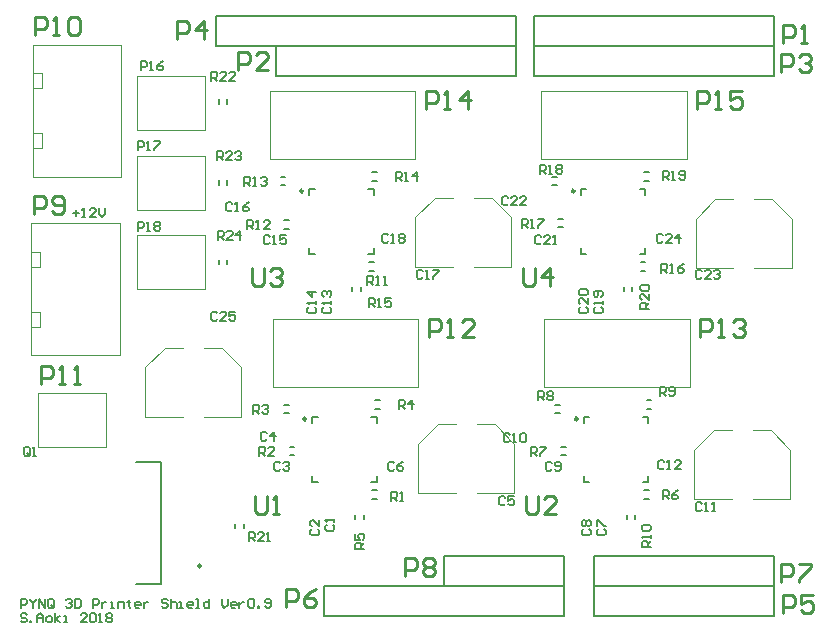
<source format=gto>
G04 Layer_Color=65535*
%FSLAX42Y42*%
%MOMM*%
G71*
G01*
G75*
%ADD20C,0.25*%
%ADD33C,0.25*%
%ADD34C,0.20*%
%ADD35C,0.03*%
%ADD36C,0.13*%
D20*
X13703Y9322D02*
Y9474D01*
X13779D01*
X13805Y9449D01*
Y9398D01*
X13779Y9373D01*
X13703D01*
X13856Y9322D02*
X13906D01*
X13881D01*
Y9474D01*
X13856Y9449D01*
X9093Y9093D02*
Y9246D01*
X9169D01*
X9195Y9220D01*
Y9169D01*
X9169Y9144D01*
X9093D01*
X9347Y9093D02*
X9246D01*
X9347Y9195D01*
Y9220D01*
X9322Y9246D01*
X9271D01*
X9246Y9220D01*
X13691Y9081D02*
Y9233D01*
X13767D01*
X13792Y9207D01*
Y9157D01*
X13767Y9131D01*
X13691D01*
X13843Y9207D02*
X13868Y9233D01*
X13919D01*
X13945Y9207D01*
Y9182D01*
X13919Y9157D01*
X13894D01*
X13919D01*
X13945Y9131D01*
Y9106D01*
X13919Y9081D01*
X13868D01*
X13843Y9106D01*
X8572Y9360D02*
Y9512D01*
X8649D01*
X8674Y9487D01*
Y9436D01*
X8649Y9411D01*
X8572D01*
X8801Y9360D02*
Y9512D01*
X8725Y9436D01*
X8826D01*
X13703Y4496D02*
Y4648D01*
X13779D01*
X13805Y4623D01*
Y4572D01*
X13779Y4547D01*
X13703D01*
X13957Y4648D02*
X13856D01*
Y4572D01*
X13906Y4597D01*
X13932D01*
X13957Y4572D01*
Y4521D01*
X13932Y4496D01*
X13881D01*
X13856Y4521D01*
X9500Y4547D02*
Y4699D01*
X9576D01*
X9601Y4674D01*
Y4623D01*
X9576Y4597D01*
X9500D01*
X9754Y4699D02*
X9703Y4674D01*
X9652Y4623D01*
Y4572D01*
X9677Y4547D01*
X9728D01*
X9754Y4572D01*
Y4597D01*
X9728Y4623D01*
X9652D01*
X13691Y4762D02*
Y4915D01*
X13767D01*
X13792Y4889D01*
Y4839D01*
X13767Y4813D01*
X13691D01*
X13843Y4915D02*
X13945D01*
Y4889D01*
X13843Y4788D01*
Y4762D01*
X10503Y4813D02*
Y4966D01*
X10579D01*
X10604Y4940D01*
Y4889D01*
X10579Y4864D01*
X10503D01*
X10655Y4940D02*
X10681Y4966D01*
X10731D01*
X10757Y4940D01*
Y4915D01*
X10731Y4889D01*
X10757Y4864D01*
Y4839D01*
X10731Y4813D01*
X10681D01*
X10655Y4839D01*
Y4864D01*
X10681Y4889D01*
X10655Y4915D01*
Y4940D01*
X10681Y4889D02*
X10731D01*
X7363Y7877D02*
Y8029D01*
X7440D01*
X7465Y8003D01*
Y7953D01*
X7440Y7927D01*
X7363D01*
X7516Y7902D02*
X7541Y7877D01*
X7592D01*
X7617Y7902D01*
Y8003D01*
X7592Y8029D01*
X7541D01*
X7516Y8003D01*
Y7978D01*
X7541Y7953D01*
X7617D01*
X7376Y9388D02*
Y9540D01*
X7452D01*
X7478Y9515D01*
Y9464D01*
X7452Y9439D01*
X7376D01*
X7529Y9388D02*
X7579D01*
X7554D01*
Y9540D01*
X7529Y9515D01*
X7655D02*
X7681Y9540D01*
X7732D01*
X7757Y9515D01*
Y9413D01*
X7732Y9388D01*
X7681D01*
X7655Y9413D01*
Y9515D01*
X7422Y6439D02*
Y6591D01*
X7498D01*
X7523Y6566D01*
Y6515D01*
X7498Y6490D01*
X7422D01*
X7574Y6439D02*
X7625D01*
X7600D01*
Y6591D01*
X7574Y6566D01*
X7701Y6439D02*
X7752D01*
X7727D01*
Y6591D01*
X7701Y6566D01*
X10681Y8763D02*
Y8915D01*
X10757D01*
X10782Y8890D01*
Y8839D01*
X10757Y8814D01*
X10681D01*
X10833Y8763D02*
X10884D01*
X10858D01*
Y8915D01*
X10833Y8890D01*
X11036Y8763D02*
Y8915D01*
X10960Y8839D01*
X11062D01*
X9207Y7417D02*
Y7290D01*
X9233Y7264D01*
X9284D01*
X9309Y7290D01*
Y7417D01*
X9360Y7391D02*
X9385Y7417D01*
X9436D01*
X9461Y7391D01*
Y7366D01*
X9436Y7341D01*
X9411D01*
X9436D01*
X9461Y7315D01*
Y7290D01*
X9436Y7264D01*
X9385D01*
X9360Y7290D01*
X11532Y5486D02*
Y5359D01*
X11557Y5334D01*
X11608D01*
X11633Y5359D01*
Y5486D01*
X11786Y5334D02*
X11684D01*
X11786Y5436D01*
Y5461D01*
X11760Y5486D01*
X11709D01*
X11684Y5461D01*
X13005Y6833D02*
Y6985D01*
X13081D01*
X13106Y6960D01*
Y6909D01*
X13081Y6883D01*
X13005D01*
X13157Y6833D02*
X13208D01*
X13183D01*
Y6985D01*
X13157Y6960D01*
X13284D02*
X13310Y6985D01*
X13360D01*
X13386Y6960D01*
Y6934D01*
X13360Y6909D01*
X13335D01*
X13360D01*
X13386Y6883D01*
Y6858D01*
X13360Y6833D01*
X13310D01*
X13284Y6858D01*
X9233Y5486D02*
Y5359D01*
X9258Y5334D01*
X9309D01*
X9334Y5359D01*
Y5486D01*
X9385Y5334D02*
X9436D01*
X9411D01*
Y5486D01*
X9385Y5461D01*
X10706Y6833D02*
Y6985D01*
X10782D01*
X10808Y6960D01*
Y6909D01*
X10782Y6883D01*
X10706D01*
X10858Y6833D02*
X10909D01*
X10884D01*
Y6985D01*
X10858Y6960D01*
X11087Y6833D02*
X10985D01*
X11087Y6934D01*
Y6960D01*
X11062Y6985D01*
X11011D01*
X10985Y6960D01*
X11506Y7417D02*
Y7290D01*
X11532Y7264D01*
X11582D01*
X11608Y7290D01*
Y7417D01*
X11735Y7264D02*
Y7417D01*
X11659Y7341D01*
X11760D01*
X12979Y8763D02*
Y8915D01*
X13056D01*
X13081Y8890D01*
Y8839D01*
X13056Y8814D01*
X12979D01*
X13132Y8763D02*
X13183D01*
X13157D01*
Y8915D01*
X13132Y8890D01*
X13360Y8915D02*
X13259D01*
Y8839D01*
X13309Y8865D01*
X13335D01*
X13360Y8839D01*
Y8788D01*
X13335Y8763D01*
X13284D01*
X13259Y8788D01*
D33*
X11943Y8069D02*
G03*
X11943Y8069I-12J0D01*
G01*
X9644D02*
G03*
X9644Y8069I-12J0D01*
G01*
X11969Y6139D02*
G03*
X11969Y6139I-12J0D01*
G01*
X9670D02*
G03*
X9670Y6139I-12J0D01*
G01*
X8780Y4896D02*
G03*
X8780Y4896I-12J0D01*
G01*
D34*
X11996Y8039D02*
Y8084D01*
X12041D01*
X12496D02*
X12541D01*
Y8039D02*
Y8084D01*
Y7539D02*
Y7584D01*
X12496Y7539D02*
X12541D01*
X11996D02*
Y7584D01*
Y7539D02*
X12041D01*
X9697Y8039D02*
Y8084D01*
X9742D01*
X10197D02*
X10242D01*
Y8039D02*
Y8084D01*
Y7539D02*
Y7584D01*
X10197Y7539D02*
X10242D01*
X9697D02*
Y7584D01*
Y7539D02*
X9742D01*
X12021Y6109D02*
Y6154D01*
X12066D01*
X12521D02*
X12566D01*
Y6109D02*
Y6154D01*
Y5609D02*
Y5654D01*
X12521Y5609D02*
X12566D01*
X12021D02*
Y5654D01*
Y5609D02*
X12066D01*
X9722Y6109D02*
Y6154D01*
X9767D01*
X10222D02*
X10267D01*
Y6109D02*
Y6154D01*
Y5609D02*
Y5654D01*
X10222Y5609D02*
X10267D01*
X9722D02*
Y5654D01*
Y5609D02*
X9767D01*
X11595Y9296D02*
X13627D01*
Y9550D01*
X11595D02*
X13627D01*
X11595Y9296D02*
Y9550D01*
X8903Y9296D02*
Y9550D01*
X11443D01*
Y9296D02*
Y9550D01*
X11252Y9296D02*
X11443D01*
X8903D02*
X11252D01*
X11595Y9042D02*
X13627D01*
Y9296D01*
X11595D02*
X13627D01*
X11595Y9042D02*
Y9296D01*
X9411Y9042D02*
X11443D01*
Y9296D01*
X9411D02*
X11443D01*
X9411Y9042D02*
Y9296D01*
X12103Y4724D02*
X13627D01*
X12103Y4470D02*
X13627D01*
Y4724D01*
X12103Y4470D02*
Y4724D01*
X9817Y4470D02*
X11849D01*
Y4724D01*
X9817D02*
X11849D01*
X9817Y4470D02*
Y4724D01*
X12103Y4978D02*
X13627D01*
X12103Y4724D02*
X13627D01*
Y4978D01*
X12103Y4724D02*
Y4978D01*
X10833Y4724D02*
Y4978D01*
X11849D01*
X10833Y4724D02*
X11849D01*
Y4978D01*
X8227Y4738D02*
X8442D01*
Y5778D01*
X8227D02*
X8442D01*
X10204Y7465D02*
X10243D01*
X10204Y7394D02*
X10243D01*
X9480Y7820D02*
X9520D01*
X9480Y7750D02*
X9520D01*
X9454Y8188D02*
X9494D01*
X9454Y8118D02*
X9494D01*
X10229Y8156D02*
X10269D01*
X10229Y8227D02*
X10269D01*
X10061Y7219D02*
Y7259D01*
X10132Y7219D02*
Y7259D01*
X8931Y8121D02*
Y8161D01*
X9001Y8121D02*
Y8161D01*
X8931Y7448D02*
Y7488D01*
X9001Y7448D02*
Y7488D01*
X12386Y5289D02*
Y5329D01*
X12456Y5289D02*
Y5329D01*
X12553Y6226D02*
X12593D01*
X12553Y6296D02*
X12593D01*
X11778Y6258D02*
X11818D01*
X11778Y6188D02*
X11818D01*
X11829Y5902D02*
X11869D01*
X11829Y5832D02*
X11869D01*
X12528Y5534D02*
X12568D01*
X12528Y5464D02*
X12568D01*
X10087Y5289D02*
Y5329D01*
X10157Y5289D02*
Y5329D01*
X10254Y6226D02*
X10294D01*
X10254Y6296D02*
X10294D01*
X9480Y6258D02*
X9520D01*
X9480Y6188D02*
X9520D01*
X9530Y5902D02*
X9570D01*
X9530Y5832D02*
X9570D01*
X10229Y5534D02*
X10269D01*
X10229Y5464D02*
X10269D01*
X12360Y7219D02*
Y7259D01*
X12430Y7219D02*
Y7259D01*
X12528Y8156D02*
X12568D01*
X12528Y8227D02*
X12568D01*
X11753Y8188D02*
X11793D01*
X11753Y8118D02*
X11793D01*
X11804Y7833D02*
X11844D01*
X11804Y7763D02*
X11844D01*
X12502Y7465D02*
X12542D01*
X12502Y7394D02*
X12542D01*
X9001Y8808D02*
Y8848D01*
X8931Y8808D02*
Y8848D01*
X9141Y5212D02*
Y5252D01*
X9071Y5212D02*
Y5252D01*
D35*
X7341Y6921D02*
X7353D01*
X7341Y6680D02*
X7341Y6680D01*
Y6960D01*
X7341Y6680D02*
X7341Y6680D01*
X7341Y6680D02*
X7353D01*
X8090D01*
Y6972D01*
Y7798D01*
X7341Y6960D02*
Y7798D01*
X7671D01*
X7836D02*
X8090D01*
X7671D02*
X7836D01*
X7341Y7049D02*
X7417D01*
Y6921D02*
Y7049D01*
X7353Y6921D02*
X7417D01*
X7341Y7557D02*
X7417D01*
Y7429D02*
Y7557D01*
X7341Y7429D02*
X7417D01*
X7353Y8433D02*
X7366D01*
X7353Y8192D02*
X7353Y8192D01*
Y8471D01*
X7353Y8192D02*
X7353Y8192D01*
X7353Y8192D02*
X7366D01*
X8103D01*
Y8484D01*
Y9309D01*
X7353Y8471D02*
Y9309D01*
X7683D01*
X7849D02*
X8103D01*
X7683D02*
X7849D01*
X7353Y8560D02*
X7429D01*
Y8433D02*
Y8560D01*
X7366Y8433D02*
X7429D01*
X7353Y9068D02*
X7429D01*
Y8941D02*
Y9068D01*
X7353Y8941D02*
X7429D01*
X7976Y5906D02*
Y6361D01*
X7398Y5906D02*
Y6361D01*
X7976D01*
X7398Y5906D02*
X7976D01*
X9360Y8344D02*
Y8598D01*
Y8344D02*
X10592D01*
Y8598D01*
Y8915D01*
X9360D02*
X10592D01*
X9360Y8598D02*
Y8915D01*
X8814Y8585D02*
Y9040D01*
X8237Y8585D02*
Y9040D01*
X8814D01*
X8237Y8585D02*
X8814D01*
Y7912D02*
Y8367D01*
X8237Y7912D02*
Y8367D01*
X8814D01*
X8237Y7912D02*
X8814D01*
Y7239D02*
Y7694D01*
X8237Y7239D02*
Y7694D01*
X8814D01*
X8237Y7239D02*
X8814D01*
X11684Y6414D02*
Y6668D01*
Y6414D02*
X12916D01*
Y6668D01*
Y6985D01*
X11684D02*
X12916D01*
X11684Y6668D02*
Y6985D01*
X9385Y6414D02*
Y6668D01*
Y6414D02*
X10617D01*
Y6668D01*
Y6985D01*
X9385D02*
X10617D01*
X9385Y6668D02*
Y6985D01*
X11659Y8344D02*
Y8598D01*
Y8344D02*
X12890D01*
Y8598D01*
Y8915D01*
X11659D02*
X12890D01*
X11659Y8598D02*
Y8915D01*
X11112Y5512D02*
X11303D01*
X10617D02*
X10935D01*
X10782Y6096D02*
X10935D01*
X10617Y5931D02*
X10782Y6096D01*
X10617Y5512D02*
Y5931D01*
X11303Y5512D02*
X11430D01*
X11112Y6096D02*
X11252D01*
X11430Y5512D02*
Y5918D01*
X11252Y6096D02*
X11265D01*
X11430Y5931D01*
Y5918D02*
Y5931D01*
X13449Y5461D02*
X13640D01*
X12954D02*
X13271D01*
X13119Y6045D02*
X13271D01*
X12954Y5880D02*
X13119Y6045D01*
X12954Y5461D02*
Y5880D01*
X13640Y5461D02*
X13767D01*
X13449Y6045D02*
X13589D01*
X13767Y5461D02*
Y5867D01*
X13589Y6045D02*
X13602D01*
X13767Y5880D01*
Y5867D02*
Y5880D01*
X11087Y7429D02*
X11278D01*
X10592D02*
X10909D01*
X10757Y8014D02*
X10909D01*
X10592Y7849D02*
X10757Y8014D01*
X10592Y7429D02*
Y7849D01*
X11278Y7429D02*
X11405D01*
X11087Y8014D02*
X11227D01*
X11405Y7429D02*
Y7836D01*
X11227Y8014D02*
X11239D01*
X11405Y7849D01*
Y7836D02*
Y7849D01*
X13462Y7417D02*
X13652D01*
X12967D02*
X13284D01*
X13132Y8001D02*
X13284D01*
X12967Y7836D02*
X13132Y8001D01*
X12967Y7417D02*
Y7836D01*
X13652Y7417D02*
X13779D01*
X13462Y8001D02*
X13602D01*
X13779Y7417D02*
Y7823D01*
X13602Y8001D02*
X13614D01*
X13779Y7836D01*
Y7823D02*
Y7836D01*
X8801Y6160D02*
X8992D01*
X8306D02*
X8623D01*
X8471Y6744D02*
X8623D01*
X8306Y6579D02*
X8471Y6744D01*
X8306Y6160D02*
Y6579D01*
X8992Y6160D02*
X9119D01*
X8801Y6744D02*
X8941D01*
X9119Y6160D02*
Y6566D01*
X8941Y6744D02*
X8954D01*
X9119Y6579D01*
Y6566D02*
Y6579D01*
D36*
X7252Y4541D02*
Y4618D01*
X7290D01*
X7302Y4605D01*
Y4580D01*
X7290Y4567D01*
X7252D01*
X7328Y4618D02*
Y4605D01*
X7353Y4580D01*
X7379Y4605D01*
Y4618D01*
X7353Y4580D02*
Y4541D01*
X7404D02*
Y4618D01*
X7455Y4541D01*
Y4618D01*
X7531Y4554D02*
Y4605D01*
X7518Y4618D01*
X7493D01*
X7480Y4605D01*
Y4554D01*
X7493Y4541D01*
X7518D01*
X7506Y4567D02*
X7531Y4541D01*
X7518D02*
X7531Y4554D01*
X7633Y4605D02*
X7645Y4618D01*
X7671D01*
X7683Y4605D01*
Y4592D01*
X7671Y4580D01*
X7658D01*
X7671D01*
X7683Y4567D01*
Y4554D01*
X7671Y4541D01*
X7645D01*
X7633Y4554D01*
X7709Y4618D02*
Y4541D01*
X7747D01*
X7760Y4554D01*
Y4605D01*
X7747Y4618D01*
X7709D01*
X7861Y4541D02*
Y4618D01*
X7899D01*
X7912Y4605D01*
Y4580D01*
X7899Y4567D01*
X7861D01*
X7937Y4592D02*
Y4541D01*
Y4567D01*
X7950Y4580D01*
X7963Y4592D01*
X7975D01*
X8013Y4541D02*
X8039D01*
X8026D01*
Y4592D01*
X8013D01*
X8077Y4541D02*
Y4592D01*
X8115D01*
X8128Y4580D01*
Y4541D01*
X8166Y4605D02*
Y4592D01*
X8153D01*
X8179D01*
X8166D01*
Y4554D01*
X8179Y4541D01*
X8255D02*
X8229D01*
X8217Y4554D01*
Y4580D01*
X8229Y4592D01*
X8255D01*
X8267Y4580D01*
Y4567D01*
X8217D01*
X8293Y4592D02*
Y4541D01*
Y4567D01*
X8305Y4580D01*
X8318Y4592D01*
X8331D01*
X8496Y4605D02*
X8483Y4618D01*
X8458D01*
X8445Y4605D01*
Y4592D01*
X8458Y4580D01*
X8483D01*
X8496Y4567D01*
Y4554D01*
X8483Y4541D01*
X8458D01*
X8445Y4554D01*
X8521Y4618D02*
Y4541D01*
Y4580D01*
X8534Y4592D01*
X8559D01*
X8572Y4580D01*
Y4541D01*
X8597D02*
X8623D01*
X8610D01*
Y4592D01*
X8597D01*
X8699Y4541D02*
X8674D01*
X8661Y4554D01*
Y4580D01*
X8674Y4592D01*
X8699D01*
X8712Y4580D01*
Y4567D01*
X8661D01*
X8737Y4541D02*
X8763D01*
X8750D01*
Y4618D01*
X8737D01*
X8851D02*
Y4541D01*
X8813D01*
X8801Y4554D01*
Y4580D01*
X8813Y4592D01*
X8851D01*
X8953Y4618D02*
Y4567D01*
X8978Y4541D01*
X9004Y4567D01*
Y4618D01*
X9067Y4541D02*
X9042D01*
X9029Y4554D01*
Y4580D01*
X9042Y4592D01*
X9067D01*
X9080Y4580D01*
Y4567D01*
X9029D01*
X9105Y4592D02*
Y4541D01*
Y4567D01*
X9118Y4580D01*
X9131Y4592D01*
X9143D01*
X9181Y4605D02*
X9194Y4618D01*
X9220D01*
X9232Y4605D01*
Y4554D01*
X9220Y4541D01*
X9194D01*
X9181Y4554D01*
Y4605D01*
X9258Y4541D02*
Y4554D01*
X9270D01*
Y4541D01*
X9258D01*
X9321Y4554D02*
X9334Y4541D01*
X9359D01*
X9372Y4554D01*
Y4605D01*
X9359Y4618D01*
X9334D01*
X9321Y4605D01*
Y4592D01*
X9334Y4580D01*
X9372D01*
X7302Y4483D02*
X7290Y4496D01*
X7264D01*
X7252Y4483D01*
Y4470D01*
X7264Y4458D01*
X7290D01*
X7302Y4445D01*
Y4432D01*
X7290Y4420D01*
X7264D01*
X7252Y4432D01*
X7328Y4420D02*
Y4432D01*
X7341D01*
Y4420D01*
X7328D01*
X7391D02*
Y4470D01*
X7417Y4496D01*
X7442Y4470D01*
Y4420D01*
Y4458D01*
X7391D01*
X7480Y4420D02*
X7506D01*
X7518Y4432D01*
Y4458D01*
X7506Y4470D01*
X7480D01*
X7468Y4458D01*
Y4432D01*
X7480Y4420D01*
X7544D02*
Y4496D01*
Y4445D02*
X7582Y4470D01*
X7544Y4445D02*
X7582Y4420D01*
X7620D02*
X7645D01*
X7633D01*
Y4470D01*
X7620D01*
X7810Y4420D02*
X7760D01*
X7810Y4470D01*
Y4483D01*
X7798Y4496D01*
X7772D01*
X7760Y4483D01*
X7836D02*
X7848Y4496D01*
X7874D01*
X7886Y4483D01*
Y4432D01*
X7874Y4420D01*
X7848D01*
X7836Y4432D01*
Y4483D01*
X7912Y4420D02*
X7937D01*
X7925D01*
Y4496D01*
X7912Y4483D01*
X7975D02*
X7988Y4496D01*
X8013D01*
X8026Y4483D01*
Y4470D01*
X8013Y4458D01*
X8026Y4445D01*
Y4432D01*
X8013Y4420D01*
X7988D01*
X7975Y4432D01*
Y4445D01*
X7988Y4458D01*
X7975Y4470D01*
Y4483D01*
X7988Y4458D02*
X8013D01*
X9817Y7087D02*
X9804Y7074D01*
Y7048D01*
X9817Y7036D01*
X9868D01*
X9881Y7048D01*
Y7074D01*
X9868Y7087D01*
X9881Y7112D02*
Y7137D01*
Y7125D01*
X9804D01*
X9817Y7112D01*
Y7175D02*
X9804Y7188D01*
Y7214D01*
X9817Y7226D01*
X9830D01*
X9843Y7214D01*
Y7201D01*
Y7214D01*
X9855Y7226D01*
X9868D01*
X9881Y7214D01*
Y7188D01*
X9868Y7175D01*
X9690Y7087D02*
X9677Y7074D01*
Y7048D01*
X9690Y7036D01*
X9741D01*
X9754Y7048D01*
Y7074D01*
X9741Y7087D01*
X9754Y7112D02*
Y7137D01*
Y7125D01*
X9677D01*
X9690Y7112D01*
X9754Y7214D02*
X9677D01*
X9716Y7175D01*
Y7226D01*
X9360Y7683D02*
X9347Y7696D01*
X9322D01*
X9309Y7683D01*
Y7633D01*
X9322Y7620D01*
X9347D01*
X9360Y7633D01*
X9385Y7620D02*
X9411D01*
X9398D01*
Y7696D01*
X9385Y7683D01*
X9500Y7696D02*
X9449D01*
Y7658D01*
X9474Y7671D01*
X9487D01*
X9500Y7658D01*
Y7633D01*
X9487Y7620D01*
X9461D01*
X9449Y7633D01*
X9042Y7963D02*
X9030Y7976D01*
X9004D01*
X8992Y7963D01*
Y7912D01*
X9004Y7899D01*
X9030D01*
X9042Y7912D01*
X9068Y7899D02*
X9093D01*
X9080D01*
Y7976D01*
X9068Y7963D01*
X9182Y7976D02*
X9157Y7963D01*
X9131Y7937D01*
Y7912D01*
X9144Y7899D01*
X9169D01*
X9182Y7912D01*
Y7925D01*
X9169Y7937D01*
X9131D01*
X10655Y7391D02*
X10643Y7404D01*
X10617D01*
X10604Y7391D01*
Y7341D01*
X10617Y7328D01*
X10643D01*
X10655Y7341D01*
X10681Y7328D02*
X10706D01*
X10693D01*
Y7404D01*
X10681Y7391D01*
X10744Y7404D02*
X10795D01*
Y7391D01*
X10744Y7341D01*
Y7328D01*
X10363Y7696D02*
X10350Y7709D01*
X10325D01*
X10312Y7696D01*
Y7645D01*
X10325Y7633D01*
X10350D01*
X10363Y7645D01*
X10389Y7633D02*
X10414D01*
X10401D01*
Y7709D01*
X10389Y7696D01*
X10452D02*
X10465Y7709D01*
X10490D01*
X10503Y7696D01*
Y7683D01*
X10490Y7671D01*
X10503Y7658D01*
Y7645D01*
X10490Y7633D01*
X10465D01*
X10452Y7645D01*
Y7658D01*
X10465Y7671D01*
X10452Y7683D01*
Y7696D01*
X10465Y7671D02*
X10490D01*
X8915Y7036D02*
X8903Y7048D01*
X8877D01*
X8865Y7036D01*
Y6985D01*
X8877Y6972D01*
X8903D01*
X8915Y6985D01*
X8992Y6972D02*
X8941D01*
X8992Y7023D01*
Y7036D01*
X8979Y7048D01*
X8953D01*
X8941Y7036D01*
X9068Y7048D02*
X9017D01*
Y7010D01*
X9042Y7023D01*
X9055D01*
X9068Y7010D01*
Y6985D01*
X9055Y6972D01*
X9030D01*
X9017Y6985D01*
X8268Y9093D02*
Y9169D01*
X8306D01*
X8318Y9157D01*
Y9131D01*
X8306Y9119D01*
X8268D01*
X8344Y9093D02*
X8369D01*
X8357D01*
Y9169D01*
X8344Y9157D01*
X8458Y9169D02*
X8433Y9157D01*
X8407Y9131D01*
Y9106D01*
X8420Y9093D01*
X8445D01*
X8458Y9106D01*
Y9119D01*
X8445Y9131D01*
X8407D01*
X8242Y8414D02*
Y8490D01*
X8280D01*
X8293Y8477D01*
Y8452D01*
X8280Y8439D01*
X8242D01*
X8318Y8414D02*
X8344D01*
X8331D01*
Y8490D01*
X8318Y8477D01*
X8382Y8490D02*
X8433D01*
Y8477D01*
X8382Y8426D01*
Y8414D01*
X8242Y7734D02*
Y7810D01*
X8280D01*
X8293Y7798D01*
Y7772D01*
X8280Y7760D01*
X8242D01*
X8318Y7734D02*
X8344D01*
X8331D01*
Y7810D01*
X8318Y7798D01*
X8382D02*
X8395Y7810D01*
X8420D01*
X8433Y7798D01*
Y7785D01*
X8420Y7772D01*
X8433Y7760D01*
Y7747D01*
X8420Y7734D01*
X8395D01*
X8382Y7747D01*
Y7760D01*
X8395Y7772D01*
X8382Y7785D01*
Y7798D01*
X8395Y7772D02*
X8420D01*
X7328Y5842D02*
Y5893D01*
X7315Y5905D01*
X7290D01*
X7277Y5893D01*
Y5842D01*
X7290Y5829D01*
X7315D01*
X7302Y5855D02*
X7328Y5829D01*
X7315D02*
X7328Y5842D01*
X7353Y5829D02*
X7379D01*
X7366D01*
Y5905D01*
X7353Y5893D01*
X10185Y7277D02*
Y7353D01*
X10223D01*
X10236Y7341D01*
Y7315D01*
X10223Y7302D01*
X10185D01*
X10211D02*
X10236Y7277D01*
X10262D02*
X10287D01*
X10274D01*
Y7353D01*
X10262Y7341D01*
X10325Y7277D02*
X10350D01*
X10338D01*
Y7353D01*
X10325Y7341D01*
X9169Y7747D02*
Y7823D01*
X9207D01*
X9220Y7810D01*
Y7785D01*
X9207Y7772D01*
X9169D01*
X9195D02*
X9220Y7747D01*
X9246D02*
X9271D01*
X9258D01*
Y7823D01*
X9246Y7810D01*
X9360Y7747D02*
X9309D01*
X9360Y7798D01*
Y7810D01*
X9347Y7823D01*
X9322D01*
X9309Y7810D01*
X9144Y8115D02*
Y8191D01*
X9182D01*
X9195Y8179D01*
Y8153D01*
X9182Y8141D01*
X9144D01*
X9169D02*
X9195Y8115D01*
X9220D02*
X9246D01*
X9233D01*
Y8191D01*
X9220Y8179D01*
X9284D02*
X9296Y8191D01*
X9322D01*
X9334Y8179D01*
Y8166D01*
X9322Y8153D01*
X9309D01*
X9322D01*
X9334Y8141D01*
Y8128D01*
X9322Y8115D01*
X9296D01*
X9284Y8128D01*
X10427Y8157D02*
Y8233D01*
X10465D01*
X10477Y8220D01*
Y8195D01*
X10465Y8182D01*
X10427D01*
X10452D02*
X10477Y8157D01*
X10503D02*
X10528D01*
X10516D01*
Y8233D01*
X10503Y8220D01*
X10604Y8157D02*
Y8233D01*
X10566Y8195D01*
X10617D01*
X10198Y7087D02*
Y7163D01*
X10236D01*
X10249Y7150D01*
Y7125D01*
X10236Y7112D01*
X10198D01*
X10223D02*
X10249Y7087D01*
X10274D02*
X10300D01*
X10287D01*
Y7163D01*
X10274Y7150D01*
X10389Y7163D02*
X10338D01*
Y7125D01*
X10363Y7137D01*
X10376D01*
X10389Y7125D01*
Y7099D01*
X10376Y7087D01*
X10350D01*
X10338Y7099D01*
X9182Y5105D02*
Y5182D01*
X9220D01*
X9233Y5169D01*
Y5143D01*
X9220Y5131D01*
X9182D01*
X9207D02*
X9233Y5105D01*
X9309D02*
X9258D01*
X9309Y5156D01*
Y5169D01*
X9296Y5182D01*
X9271D01*
X9258Y5169D01*
X9334Y5105D02*
X9360D01*
X9347D01*
Y5182D01*
X9334Y5169D01*
X8865Y9004D02*
Y9080D01*
X8903D01*
X8915Y9068D01*
Y9042D01*
X8903Y9030D01*
X8865D01*
X8890D02*
X8915Y9004D01*
X8992D02*
X8941D01*
X8992Y9055D01*
Y9068D01*
X8979Y9080D01*
X8953D01*
X8941Y9068D01*
X9068Y9004D02*
X9017D01*
X9068Y9055D01*
Y9068D01*
X9055Y9080D01*
X9030D01*
X9017Y9068D01*
X8918Y8329D02*
Y8405D01*
X8956D01*
X8969Y8392D01*
Y8367D01*
X8956Y8354D01*
X8918D01*
X8943D02*
X8969Y8329D01*
X9045D02*
X8994D01*
X9045Y8379D01*
Y8392D01*
X9032Y8405D01*
X9007D01*
X8994Y8392D01*
X9070D02*
X9083Y8405D01*
X9108D01*
X9121Y8392D01*
Y8379D01*
X9108Y8367D01*
X9096D01*
X9108D01*
X9121Y8354D01*
Y8341D01*
X9108Y8329D01*
X9083D01*
X9070Y8341D01*
X8919Y7656D02*
Y7732D01*
X8957D01*
X8970Y7719D01*
Y7694D01*
X8957Y7681D01*
X8919D01*
X8945D02*
X8970Y7656D01*
X9046D02*
X8995D01*
X9046Y7706D01*
Y7719D01*
X9033Y7732D01*
X9008D01*
X8995Y7719D01*
X9110Y7656D02*
Y7732D01*
X9071Y7694D01*
X9122D01*
X12586Y5055D02*
X12510D01*
Y5093D01*
X12522Y5105D01*
X12548D01*
X12560Y5093D01*
Y5055D01*
Y5080D02*
X12586Y5105D01*
Y5131D02*
Y5156D01*
Y5143D01*
X12510D01*
X12522Y5131D01*
Y5194D02*
X12510Y5207D01*
Y5232D01*
X12522Y5245D01*
X12573D01*
X12586Y5232D01*
Y5207D01*
X12573Y5194D01*
X12522D01*
X12662Y6337D02*
Y6413D01*
X12700D01*
X12713Y6401D01*
Y6375D01*
X12700Y6363D01*
X12662D01*
X12687D02*
X12713Y6337D01*
X12738Y6350D02*
X12751Y6337D01*
X12776D01*
X12789Y6350D01*
Y6401D01*
X12776Y6413D01*
X12751D01*
X12738Y6401D01*
Y6388D01*
X12751Y6375D01*
X12789D01*
X11633Y6299D02*
Y6375D01*
X11671D01*
X11684Y6363D01*
Y6337D01*
X11671Y6325D01*
X11633D01*
X11659D02*
X11684Y6299D01*
X11709Y6363D02*
X11722Y6375D01*
X11747D01*
X11760Y6363D01*
Y6350D01*
X11747Y6337D01*
X11760Y6325D01*
Y6312D01*
X11747Y6299D01*
X11722D01*
X11709Y6312D01*
Y6325D01*
X11722Y6337D01*
X11709Y6350D01*
Y6363D01*
X11722Y6337D02*
X11747D01*
X11570Y5829D02*
Y5905D01*
X11608D01*
X11620Y5893D01*
Y5867D01*
X11608Y5855D01*
X11570D01*
X11595D02*
X11620Y5829D01*
X11646Y5905D02*
X11697D01*
Y5893D01*
X11646Y5842D01*
Y5829D01*
X12687Y5461D02*
Y5537D01*
X12725D01*
X12738Y5524D01*
Y5499D01*
X12725Y5486D01*
X12687D01*
X12713D02*
X12738Y5461D01*
X12814Y5537D02*
X12789Y5524D01*
X12763Y5499D01*
Y5474D01*
X12776Y5461D01*
X12802D01*
X12814Y5474D01*
Y5486D01*
X12802Y5499D01*
X12763D01*
X12700Y5778D02*
X12687Y5791D01*
X12662D01*
X12649Y5778D01*
Y5728D01*
X12662Y5715D01*
X12687D01*
X12700Y5728D01*
X12725Y5715D02*
X12751D01*
X12738D01*
Y5791D01*
X12725Y5778D01*
X12840Y5715D02*
X12789D01*
X12840Y5766D01*
Y5778D01*
X12827Y5791D01*
X12802D01*
X12789Y5778D01*
X13017Y5423D02*
X13005Y5436D01*
X12979D01*
X12967Y5423D01*
Y5372D01*
X12979Y5359D01*
X13005D01*
X13017Y5372D01*
X13043Y5359D02*
X13068D01*
X13056D01*
Y5436D01*
X13043Y5423D01*
X13106Y5359D02*
X13132D01*
X13119D01*
Y5436D01*
X13106Y5423D01*
X11392Y6007D02*
X11379Y6020D01*
X11354D01*
X11341Y6007D01*
Y5956D01*
X11354Y5944D01*
X11379D01*
X11392Y5956D01*
X11417Y5944D02*
X11443D01*
X11430D01*
Y6020D01*
X11417Y6007D01*
X11481D02*
X11493Y6020D01*
X11519D01*
X11532Y6007D01*
Y5956D01*
X11519Y5944D01*
X11493D01*
X11481Y5956D01*
Y6007D01*
X11747Y5766D02*
X11735Y5778D01*
X11709D01*
X11697Y5766D01*
Y5715D01*
X11709Y5702D01*
X11735D01*
X11747Y5715D01*
X11773D02*
X11786Y5702D01*
X11811D01*
X11824Y5715D01*
Y5766D01*
X11811Y5778D01*
X11786D01*
X11773Y5766D01*
Y5753D01*
X11786Y5740D01*
X11824D01*
X12014Y5207D02*
X12002Y5194D01*
Y5169D01*
X12014Y5156D01*
X12065D01*
X12078Y5169D01*
Y5194D01*
X12065Y5207D01*
X12014Y5232D02*
X12002Y5245D01*
Y5270D01*
X12014Y5283D01*
X12027D01*
X12040Y5270D01*
X12052Y5283D01*
X12065D01*
X12078Y5270D01*
Y5245D01*
X12065Y5232D01*
X12052D01*
X12040Y5245D01*
X12027Y5232D01*
X12014D01*
X12040Y5245D02*
Y5270D01*
X12141Y5207D02*
X12129Y5194D01*
Y5169D01*
X12141Y5156D01*
X12192D01*
X12205Y5169D01*
Y5194D01*
X12192Y5207D01*
X12129Y5232D02*
Y5283D01*
X12141D01*
X12192Y5232D01*
X12205D01*
X10160Y5042D02*
X10084D01*
Y5080D01*
X10097Y5093D01*
X10122D01*
X10135Y5080D01*
Y5042D01*
Y5067D02*
X10160Y5093D01*
X10084Y5169D02*
Y5118D01*
X10122D01*
X10109Y5143D01*
Y5156D01*
X10122Y5169D01*
X10147D01*
X10160Y5156D01*
Y5131D01*
X10147Y5118D01*
X10452Y6226D02*
Y6302D01*
X10490D01*
X10503Y6290D01*
Y6264D01*
X10490Y6252D01*
X10452D01*
X10477D02*
X10503Y6226D01*
X10566D02*
Y6302D01*
X10528Y6264D01*
X10579D01*
X9220Y6185D02*
Y6261D01*
X9258D01*
X9271Y6248D01*
Y6223D01*
X9258Y6210D01*
X9220D01*
X9246D02*
X9271Y6185D01*
X9296Y6248D02*
X9309Y6261D01*
X9334D01*
X9347Y6248D01*
Y6236D01*
X9334Y6223D01*
X9322D01*
X9334D01*
X9347Y6210D01*
Y6198D01*
X9334Y6185D01*
X9309D01*
X9296Y6198D01*
X9271Y5829D02*
Y5905D01*
X9309D01*
X9322Y5893D01*
Y5867D01*
X9309Y5855D01*
X9271D01*
X9296D02*
X9322Y5829D01*
X9398D02*
X9347D01*
X9398Y5880D01*
Y5893D01*
X9385Y5905D01*
X9360D01*
X9347Y5893D01*
X10389Y5448D02*
Y5524D01*
X10427D01*
X10439Y5512D01*
Y5486D01*
X10427Y5474D01*
X10389D01*
X10414D02*
X10439Y5448D01*
X10465D02*
X10490D01*
X10477D01*
Y5524D01*
X10465Y5512D01*
X10414Y5766D02*
X10401Y5778D01*
X10376D01*
X10363Y5766D01*
Y5715D01*
X10376Y5702D01*
X10401D01*
X10414Y5715D01*
X10490Y5778D02*
X10465Y5766D01*
X10439Y5740D01*
Y5715D01*
X10452Y5702D01*
X10477D01*
X10490Y5715D01*
Y5728D01*
X10477Y5740D01*
X10439D01*
X11354Y5474D02*
X11341Y5486D01*
X11316D01*
X11303Y5474D01*
Y5423D01*
X11316Y5410D01*
X11341D01*
X11354Y5423D01*
X11430Y5486D02*
X11379D01*
Y5448D01*
X11405Y5461D01*
X11417D01*
X11430Y5448D01*
Y5423D01*
X11417Y5410D01*
X11392D01*
X11379Y5423D01*
X9334Y6020D02*
X9322Y6032D01*
X9296D01*
X9284Y6020D01*
Y5969D01*
X9296Y5956D01*
X9322D01*
X9334Y5969D01*
X9398Y5956D02*
Y6032D01*
X9360Y5994D01*
X9411D01*
X9449Y5766D02*
X9436Y5778D01*
X9411D01*
X9398Y5766D01*
Y5715D01*
X9411Y5702D01*
X9436D01*
X9449Y5715D01*
X9474Y5766D02*
X9487Y5778D01*
X9512D01*
X9525Y5766D01*
Y5753D01*
X9512Y5740D01*
X9500D01*
X9512D01*
X9525Y5728D01*
Y5715D01*
X9512Y5702D01*
X9487D01*
X9474Y5715D01*
X9716Y5207D02*
X9703Y5194D01*
Y5169D01*
X9716Y5156D01*
X9766D01*
X9779Y5169D01*
Y5194D01*
X9766Y5207D01*
X9779Y5283D02*
Y5232D01*
X9728Y5283D01*
X9716D01*
X9703Y5270D01*
Y5245D01*
X9716Y5232D01*
X9843Y5245D02*
X9830Y5232D01*
Y5207D01*
X9843Y5194D01*
X9893D01*
X9906Y5207D01*
Y5232D01*
X9893Y5245D01*
X9906Y5270D02*
Y5296D01*
Y5283D01*
X9830D01*
X9843Y5270D01*
X12573Y7074D02*
X12497D01*
Y7112D01*
X12510Y7125D01*
X12535D01*
X12548Y7112D01*
Y7074D01*
Y7099D02*
X12573Y7125D01*
Y7201D02*
Y7150D01*
X12522Y7201D01*
X12510D01*
X12497Y7188D01*
Y7163D01*
X12510Y7150D01*
Y7226D02*
X12497Y7239D01*
Y7264D01*
X12510Y7277D01*
X12560D01*
X12573Y7264D01*
Y7239D01*
X12560Y7226D01*
X12510D01*
X12687Y8166D02*
Y8242D01*
X12725D01*
X12738Y8230D01*
Y8204D01*
X12725Y8191D01*
X12687D01*
X12713D02*
X12738Y8166D01*
X12763D02*
X12789D01*
X12776D01*
Y8242D01*
X12763Y8230D01*
X12827Y8179D02*
X12840Y8166D01*
X12865D01*
X12878Y8179D01*
Y8230D01*
X12865Y8242D01*
X12840D01*
X12827Y8230D01*
Y8217D01*
X12840Y8204D01*
X12878D01*
X11646Y8217D02*
Y8293D01*
X11684D01*
X11697Y8280D01*
Y8255D01*
X11684Y8242D01*
X11646D01*
X11671D02*
X11697Y8217D01*
X11722D02*
X11747D01*
X11735D01*
Y8293D01*
X11722Y8280D01*
X11786D02*
X11798Y8293D01*
X11824D01*
X11836Y8280D01*
Y8268D01*
X11824Y8255D01*
X11836Y8242D01*
Y8230D01*
X11824Y8217D01*
X11798D01*
X11786Y8230D01*
Y8242D01*
X11798Y8255D01*
X11786Y8268D01*
Y8280D01*
X11798Y8255D02*
X11824D01*
X11493Y7760D02*
Y7836D01*
X11532D01*
X11544Y7823D01*
Y7798D01*
X11532Y7785D01*
X11493D01*
X11519D02*
X11544Y7760D01*
X11570D02*
X11595D01*
X11582D01*
Y7836D01*
X11570Y7823D01*
X11633Y7836D02*
X11684D01*
Y7823D01*
X11633Y7772D01*
Y7760D01*
X12675Y7379D02*
Y7455D01*
X12713D01*
X12725Y7442D01*
Y7417D01*
X12713Y7404D01*
X12675D01*
X12700D02*
X12725Y7379D01*
X12751D02*
X12776D01*
X12763D01*
Y7455D01*
X12751Y7442D01*
X12865Y7455D02*
X12840Y7442D01*
X12814Y7417D01*
Y7391D01*
X12827Y7379D01*
X12852D01*
X12865Y7391D01*
Y7404D01*
X12852Y7417D01*
X12814D01*
X12687Y7696D02*
X12675Y7709D01*
X12649D01*
X12636Y7696D01*
Y7645D01*
X12649Y7633D01*
X12675D01*
X12687Y7645D01*
X12763Y7633D02*
X12713D01*
X12763Y7683D01*
Y7696D01*
X12751Y7709D01*
X12725D01*
X12713Y7696D01*
X12827Y7633D02*
Y7709D01*
X12789Y7671D01*
X12840D01*
X13017Y7391D02*
X13005Y7404D01*
X12979D01*
X12967Y7391D01*
Y7341D01*
X12979Y7328D01*
X13005D01*
X13017Y7341D01*
X13094Y7328D02*
X13043D01*
X13094Y7379D01*
Y7391D01*
X13081Y7404D01*
X13056D01*
X13043Y7391D01*
X13119D02*
X13132Y7404D01*
X13157D01*
X13170Y7391D01*
Y7379D01*
X13157Y7366D01*
X13144D01*
X13157D01*
X13170Y7353D01*
Y7341D01*
X13157Y7328D01*
X13132D01*
X13119Y7341D01*
X11379Y8014D02*
X11366Y8026D01*
X11341D01*
X11328Y8014D01*
Y7963D01*
X11341Y7950D01*
X11366D01*
X11379Y7963D01*
X11455Y7950D02*
X11405D01*
X11455Y8001D01*
Y8014D01*
X11443Y8026D01*
X11417D01*
X11405Y8014D01*
X11532Y7950D02*
X11481D01*
X11532Y8001D01*
Y8014D01*
X11519Y8026D01*
X11493D01*
X11481Y8014D01*
X11659Y7683D02*
X11646Y7696D01*
X11620D01*
X11608Y7683D01*
Y7633D01*
X11620Y7620D01*
X11646D01*
X11659Y7633D01*
X11735Y7620D02*
X11684D01*
X11735Y7671D01*
Y7683D01*
X11722Y7696D01*
X11697D01*
X11684Y7683D01*
X11760Y7620D02*
X11786D01*
X11773D01*
Y7696D01*
X11760Y7683D01*
X11989Y7087D02*
X11976Y7074D01*
Y7048D01*
X11989Y7036D01*
X12040D01*
X12052Y7048D01*
Y7074D01*
X12040Y7087D01*
X12052Y7163D02*
Y7112D01*
X12002Y7163D01*
X11989D01*
X11976Y7150D01*
Y7125D01*
X11989Y7112D01*
Y7188D02*
X11976Y7201D01*
Y7226D01*
X11989Y7239D01*
X12040D01*
X12052Y7226D01*
Y7201D01*
X12040Y7188D01*
X11989D01*
X12116Y7087D02*
X12103Y7074D01*
Y7048D01*
X12116Y7036D01*
X12167D01*
X12179Y7048D01*
Y7074D01*
X12167Y7087D01*
X12179Y7112D02*
Y7137D01*
Y7125D01*
X12103D01*
X12116Y7112D01*
X12167Y7175D02*
X12179Y7188D01*
Y7214D01*
X12167Y7226D01*
X12116D01*
X12103Y7214D01*
Y7188D01*
X12116Y7175D01*
X12129D01*
X12141Y7188D01*
Y7226D01*
X7696Y7887D02*
X7747D01*
X7722Y7912D02*
Y7861D01*
X7772Y7849D02*
X7798D01*
X7785D01*
Y7925D01*
X7772Y7912D01*
X7887Y7849D02*
X7836D01*
X7887Y7899D01*
Y7912D01*
X7874Y7925D01*
X7849D01*
X7836Y7912D01*
X7912Y7925D02*
Y7874D01*
X7937Y7849D01*
X7963Y7874D01*
Y7925D01*
M02*

</source>
